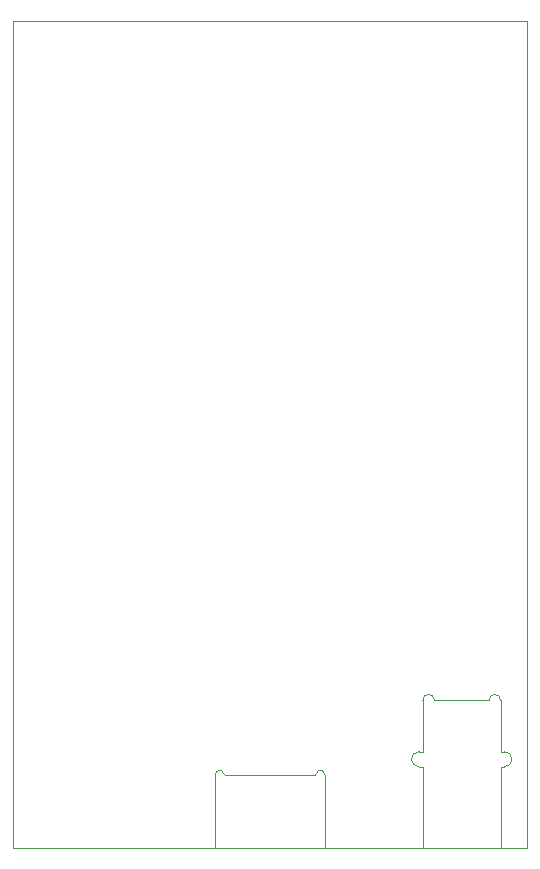
<source format=gbr>
%TF.GenerationSoftware,KiCad,Pcbnew,9.0.1*%
%TF.CreationDate,2025-07-01T18:44:37-06:00*%
%TF.ProjectId,MPU_MOD,4d50555f-4d4f-4442-9e6b-696361645f70,rev?*%
%TF.SameCoordinates,Original*%
%TF.FileFunction,Profile,NP*%
%FSLAX46Y46*%
G04 Gerber Fmt 4.6, Leading zero omitted, Abs format (unit mm)*
G04 Created by KiCad (PCBNEW 9.0.1) date 2025-07-01 18:44:37*
%MOMM*%
%LPD*%
G01*
G04 APERTURE LIST*
%TA.AperFunction,Profile*%
%ADD10C,0.050000*%
%TD*%
%TA.AperFunction,Profile*%
%ADD11C,0.010000*%
%TD*%
G04 APERTURE END LIST*
D10*
X68500000Y-31000000D02*
X112000000Y-31000000D01*
X112000000Y-101000000D01*
X68500000Y-101000000D01*
X68500000Y-31000000D01*
D11*
%TO.C,J3*%
X85630000Y-101000000D02*
X85630000Y-94800000D01*
X86430000Y-94800000D02*
X94070000Y-94800000D01*
X94870000Y-94800000D02*
X94870000Y-101000000D01*
D10*
X94870000Y-101000000D02*
X85630000Y-101000000D01*
D11*
X85630000Y-94800000D02*
G75*
G02*
X85955000Y-94400000I362499J37501D01*
G01*
X85955000Y-94400000D02*
G75*
G02*
X86280000Y-94680000I22501J-302499D01*
G01*
X86430000Y-94800000D02*
G75*
G02*
X86280000Y-94680000I-15000J135000D01*
G01*
X94220000Y-94680000D02*
G75*
G02*
X94070000Y-94800000I-135000J15000D01*
G01*
X94220000Y-94680000D02*
G75*
G02*
X94545000Y-94400000I302500J-22500D01*
G01*
X94545000Y-94400000D02*
G75*
G02*
X94870000Y-94800000I-37500J-362500D01*
G01*
%TO.C,J1*%
X102875000Y-92830000D02*
X103175000Y-92830000D01*
X103175000Y-88500000D02*
X103175000Y-92830000D01*
X103175000Y-94130000D02*
X102875000Y-94130000D01*
X103175000Y-101000000D02*
X103175000Y-94130000D01*
X103975000Y-101000000D02*
X103175000Y-101000000D01*
D10*
X103975000Y-101000000D02*
X108975000Y-101000000D01*
D11*
X108775000Y-88500000D02*
X104175000Y-88500000D01*
X109775000Y-88500000D02*
X109775000Y-92830000D01*
X109775000Y-92830000D02*
X110075000Y-92830000D01*
X109775000Y-94130000D02*
X109775000Y-101000000D01*
X109775000Y-101000000D02*
X108975000Y-101000000D01*
X110075000Y-94130000D02*
X109775000Y-94130000D01*
X102875000Y-94130000D02*
G75*
G02*
X102875000Y-92830000I0J650000D01*
G01*
X103175000Y-88500000D02*
G75*
G02*
X104175000Y-88500000I500000J0D01*
G01*
X108775000Y-88500000D02*
G75*
G02*
X109775000Y-88500000I500000J0D01*
G01*
X110075000Y-92830000D02*
G75*
G02*
X110075000Y-94130000I0J-650000D01*
G01*
%TD*%
M02*

</source>
